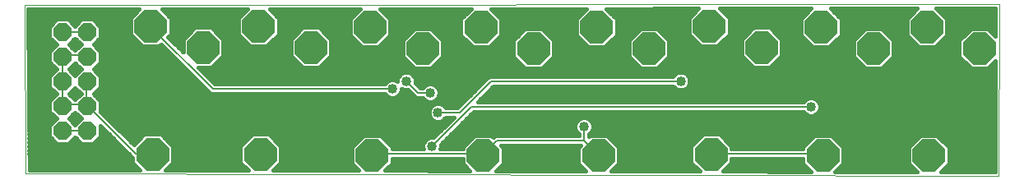
<source format=gtl>
G75*
%MOIN*%
%OFA0B0*%
%FSLAX25Y25*%
%IPPOS*%
%LPD*%
%AMOC8*
5,1,8,0,0,1.08239X$1,22.5*
%
%ADD10C,0.00000*%
%ADD11OC8,0.07400*%
%ADD12OC8,0.13055*%
%ADD13C,0.00800*%
%ADD14C,0.04000*%
%ADD15C,0.01600*%
D10*
X0067192Y0017392D02*
X0461680Y0016604D01*
X0461955Y0086093D01*
X0066798Y0085699D01*
X0067192Y0017392D01*
D11*
X0082270Y0034793D03*
X0092270Y0034793D03*
X0092270Y0044793D03*
X0082270Y0044793D03*
X0082270Y0054793D03*
X0092270Y0054793D03*
X0092270Y0064793D03*
X0082270Y0064793D03*
X0082270Y0074793D03*
X0092270Y0074793D03*
D12*
X0117979Y0077234D03*
X0139239Y0068573D03*
X0161680Y0077234D03*
X0182940Y0068573D03*
X0206955Y0076841D03*
X0228215Y0068179D03*
X0251837Y0076841D03*
X0273097Y0068179D03*
X0298688Y0076841D03*
X0319948Y0068179D03*
X0344357Y0077234D03*
X0365617Y0068573D03*
X0389633Y0076841D03*
X0410892Y0068179D03*
X0432546Y0076841D03*
X0453806Y0068179D03*
X0433333Y0024872D03*
X0390420Y0024872D03*
X0345144Y0025266D03*
X0299475Y0024872D03*
X0252625Y0024872D03*
X0207743Y0024872D03*
X0162467Y0025266D03*
X0118766Y0025266D03*
D13*
X0118392Y0025392D01*
X0111992Y0025392D01*
X0092792Y0044592D01*
X0092270Y0044793D01*
X0091992Y0045392D01*
X0082392Y0045392D01*
X0082270Y0044793D01*
X0082392Y0045392D02*
X0082392Y0054192D01*
X0082270Y0054793D01*
X0082392Y0054992D01*
X0082392Y0064592D01*
X0082270Y0064793D01*
X0082392Y0065392D01*
X0091992Y0065392D01*
X0092270Y0064793D01*
X0092270Y0054793D02*
X0091992Y0054192D01*
X0091992Y0045392D01*
X0091992Y0034992D02*
X0082392Y0034992D01*
X0082270Y0034793D01*
X0091992Y0034992D02*
X0092270Y0034793D01*
X0118392Y0076592D02*
X0143192Y0051792D01*
X0215992Y0051792D01*
X0221592Y0054992D02*
X0226392Y0050192D01*
X0231192Y0050192D01*
X0247992Y0044592D02*
X0231992Y0028592D01*
X0251992Y0025392D02*
X0252625Y0024872D01*
X0252792Y0025392D01*
X0258392Y0030992D01*
X0293592Y0030992D01*
X0299192Y0025392D01*
X0299475Y0024872D01*
X0293592Y0030992D02*
X0293592Y0036592D01*
X0251992Y0025392D02*
X0207992Y0025392D01*
X0207743Y0024872D01*
X0234392Y0042192D02*
X0243192Y0042192D01*
X0255992Y0054992D01*
X0332792Y0054992D01*
X0385592Y0044592D02*
X0247992Y0044592D01*
X0345144Y0025266D02*
X0345592Y0025392D01*
X0390392Y0025392D01*
X0390420Y0024872D01*
X0118392Y0076592D02*
X0117979Y0077234D01*
X0092270Y0074793D02*
X0091992Y0074992D01*
X0082392Y0074992D01*
X0082270Y0074793D01*
D14*
X0215992Y0051792D03*
X0221592Y0054992D03*
X0231192Y0050192D03*
X0234392Y0042192D03*
X0231992Y0028592D03*
X0293592Y0036592D03*
X0332792Y0054992D03*
X0385592Y0044592D03*
D15*
X0389192Y0044566D02*
X0460191Y0044566D01*
X0460184Y0042968D02*
X0388816Y0042968D01*
X0388644Y0042552D02*
X0389192Y0043876D01*
X0389192Y0045308D01*
X0388644Y0046631D01*
X0387631Y0047644D01*
X0386308Y0048192D01*
X0384876Y0048192D01*
X0383552Y0047644D01*
X0382540Y0046631D01*
X0382523Y0046592D01*
X0250420Y0046592D01*
X0256820Y0052992D01*
X0329723Y0052992D01*
X0329740Y0052952D01*
X0330752Y0051940D01*
X0332076Y0051392D01*
X0333508Y0051392D01*
X0334831Y0051940D01*
X0335844Y0052952D01*
X0336392Y0054276D01*
X0336392Y0055708D01*
X0335844Y0057031D01*
X0334831Y0058044D01*
X0333508Y0058592D01*
X0332076Y0058592D01*
X0330752Y0058044D01*
X0329740Y0057031D01*
X0329723Y0056992D01*
X0255163Y0056992D01*
X0253992Y0055820D01*
X0242363Y0044192D01*
X0237460Y0044192D01*
X0237444Y0044231D01*
X0236431Y0045244D01*
X0235108Y0045792D01*
X0233676Y0045792D01*
X0232352Y0045244D01*
X0231340Y0044231D01*
X0230792Y0042908D01*
X0230792Y0041476D01*
X0231340Y0040152D01*
X0232352Y0039140D01*
X0233676Y0038592D01*
X0235108Y0038592D01*
X0236431Y0039140D01*
X0237444Y0040152D01*
X0237460Y0040192D01*
X0240763Y0040192D01*
X0232747Y0032175D01*
X0232708Y0032192D01*
X0231276Y0032192D01*
X0229952Y0031644D01*
X0228940Y0030631D01*
X0228392Y0029308D01*
X0228392Y0027876D01*
X0228592Y0027392D01*
X0215870Y0027392D01*
X0215870Y0028239D01*
X0211109Y0033000D01*
X0204376Y0033000D01*
X0199615Y0028239D01*
X0199615Y0021505D01*
X0202399Y0018722D01*
X0167487Y0018792D01*
X0170595Y0021899D01*
X0170595Y0028632D01*
X0165834Y0033393D01*
X0159101Y0033393D01*
X0154340Y0028632D01*
X0154340Y0021899D01*
X0157427Y0018812D01*
X0123873Y0018879D01*
X0126894Y0021899D01*
X0126894Y0028632D01*
X0122133Y0033393D01*
X0115400Y0033393D01*
X0111109Y0029103D01*
X0097570Y0042641D01*
X0097570Y0046989D01*
X0094766Y0049793D01*
X0097570Y0052598D01*
X0097570Y0056989D01*
X0094766Y0059793D01*
X0097570Y0062598D01*
X0097570Y0066989D01*
X0094766Y0069793D01*
X0097570Y0072598D01*
X0097570Y0076989D01*
X0094466Y0080093D01*
X0090075Y0080093D01*
X0087270Y0077289D01*
X0084466Y0080093D01*
X0080075Y0080093D01*
X0076970Y0076989D01*
X0076970Y0072598D01*
X0079775Y0069793D01*
X0076970Y0066989D01*
X0076970Y0062598D01*
X0079775Y0059793D01*
X0076970Y0056989D01*
X0076970Y0052598D01*
X0079775Y0049793D01*
X0076970Y0046989D01*
X0076970Y0042598D01*
X0079775Y0039793D01*
X0076970Y0036989D01*
X0076970Y0032598D01*
X0080075Y0029493D01*
X0084466Y0029493D01*
X0087270Y0032298D01*
X0090075Y0029493D01*
X0094466Y0029493D01*
X0097570Y0032598D01*
X0097570Y0036985D01*
X0110639Y0023916D01*
X0110639Y0021899D01*
X0113639Y0018899D01*
X0068782Y0018989D01*
X0068407Y0084100D01*
X0113396Y0084145D01*
X0109851Y0080601D01*
X0109851Y0073868D01*
X0114612Y0069107D01*
X0121346Y0069107D01*
X0122197Y0069958D01*
X0142363Y0049792D01*
X0212923Y0049792D01*
X0212940Y0049752D01*
X0213952Y0048740D01*
X0215276Y0048192D01*
X0216708Y0048192D01*
X0218031Y0048740D01*
X0219044Y0049752D01*
X0219592Y0051076D01*
X0219592Y0051924D01*
X0220876Y0051392D01*
X0222308Y0051392D01*
X0222347Y0051408D01*
X0225563Y0048192D01*
X0228123Y0048192D01*
X0228140Y0048152D01*
X0229152Y0047140D01*
X0230476Y0046592D01*
X0231908Y0046592D01*
X0233231Y0047140D01*
X0234244Y0048152D01*
X0234792Y0049476D01*
X0234792Y0050908D01*
X0234244Y0052231D01*
X0233231Y0053244D01*
X0231908Y0053792D01*
X0230476Y0053792D01*
X0229152Y0053244D01*
X0228140Y0052231D01*
X0228123Y0052192D01*
X0227220Y0052192D01*
X0225175Y0054236D01*
X0225192Y0054276D01*
X0225192Y0055708D01*
X0224644Y0057031D01*
X0223631Y0058044D01*
X0222308Y0058592D01*
X0220876Y0058592D01*
X0219552Y0058044D01*
X0218540Y0057031D01*
X0217992Y0055708D01*
X0217992Y0054860D01*
X0216708Y0055392D01*
X0215276Y0055392D01*
X0213952Y0054844D01*
X0212940Y0053831D01*
X0212923Y0053792D01*
X0144020Y0053792D01*
X0137366Y0060445D01*
X0142605Y0060445D01*
X0147366Y0065206D01*
X0147366Y0071939D01*
X0142605Y0076700D01*
X0135872Y0076700D01*
X0131111Y0071939D01*
X0131111Y0066700D01*
X0125025Y0072786D01*
X0126107Y0073868D01*
X0126107Y0080601D01*
X0122553Y0084154D01*
X0157140Y0084189D01*
X0153552Y0080601D01*
X0153552Y0073868D01*
X0158313Y0069107D01*
X0165046Y0069107D01*
X0169807Y0073868D01*
X0169807Y0080601D01*
X0166210Y0084198D01*
X0202855Y0084234D01*
X0198828Y0080207D01*
X0198828Y0073474D01*
X0203589Y0068713D01*
X0210322Y0068713D01*
X0215083Y0073474D01*
X0215083Y0080207D01*
X0211047Y0084243D01*
X0247782Y0084279D01*
X0243710Y0080207D01*
X0243710Y0073474D01*
X0248471Y0068713D01*
X0255204Y0068713D01*
X0259965Y0073474D01*
X0259965Y0080207D01*
X0255885Y0084287D01*
X0294679Y0084326D01*
X0290560Y0080207D01*
X0290560Y0073474D01*
X0295321Y0068713D01*
X0302054Y0068713D01*
X0306815Y0073474D01*
X0306815Y0080207D01*
X0302688Y0084334D01*
X0340000Y0084371D01*
X0336229Y0080601D01*
X0336229Y0073868D01*
X0340990Y0069107D01*
X0347723Y0069107D01*
X0352484Y0073868D01*
X0352484Y0080601D01*
X0348706Y0084380D01*
X0385714Y0084417D01*
X0381505Y0080207D01*
X0381505Y0073474D01*
X0386266Y0068713D01*
X0392999Y0068713D01*
X0397760Y0073474D01*
X0397760Y0080207D01*
X0393543Y0084424D01*
X0428671Y0084459D01*
X0424418Y0080207D01*
X0424418Y0073474D01*
X0429179Y0068713D01*
X0435912Y0068713D01*
X0440673Y0073474D01*
X0440673Y0080207D01*
X0436413Y0084467D01*
X0460349Y0084491D01*
X0460304Y0073175D01*
X0457172Y0076307D01*
X0450439Y0076307D01*
X0445678Y0071546D01*
X0445678Y0064813D01*
X0450439Y0060052D01*
X0457172Y0060052D01*
X0460264Y0063144D01*
X0460086Y0018207D01*
X0438207Y0018251D01*
X0441461Y0021505D01*
X0441461Y0028239D01*
X0436700Y0033000D01*
X0429967Y0033000D01*
X0425206Y0028239D01*
X0425206Y0021505D01*
X0428441Y0018271D01*
X0395379Y0018337D01*
X0398547Y0021505D01*
X0398547Y0028239D01*
X0393786Y0033000D01*
X0387053Y0033000D01*
X0382292Y0028239D01*
X0382292Y0027392D01*
X0353272Y0027392D01*
X0353272Y0028632D01*
X0348511Y0033393D01*
X0341778Y0033393D01*
X0337017Y0028632D01*
X0337017Y0021899D01*
X0340470Y0018446D01*
X0304615Y0018518D01*
X0307603Y0021505D01*
X0307603Y0028239D01*
X0302842Y0033000D01*
X0296109Y0033000D01*
X0295592Y0032483D01*
X0295592Y0033524D01*
X0295631Y0033540D01*
X0296644Y0034552D01*
X0297192Y0035876D01*
X0297192Y0037308D01*
X0296644Y0038631D01*
X0295631Y0039644D01*
X0294308Y0040192D01*
X0292876Y0040192D01*
X0291552Y0039644D01*
X0290540Y0038631D01*
X0289992Y0037308D01*
X0289992Y0035876D01*
X0290540Y0034552D01*
X0291552Y0033540D01*
X0291592Y0033524D01*
X0291592Y0032992D01*
X0257563Y0032992D01*
X0256781Y0032210D01*
X0255991Y0033000D01*
X0249258Y0033000D01*
X0244497Y0028239D01*
X0244497Y0027392D01*
X0235391Y0027392D01*
X0235592Y0027876D01*
X0235592Y0029308D01*
X0235575Y0029347D01*
X0248820Y0042592D01*
X0382523Y0042592D01*
X0382540Y0042552D01*
X0383552Y0041540D01*
X0384876Y0040992D01*
X0386308Y0040992D01*
X0387631Y0041540D01*
X0388644Y0042552D01*
X0387219Y0041369D02*
X0460178Y0041369D01*
X0460172Y0039771D02*
X0295324Y0039771D01*
X0296833Y0038172D02*
X0460165Y0038172D01*
X0460159Y0036574D02*
X0297192Y0036574D01*
X0296819Y0034975D02*
X0460153Y0034975D01*
X0460146Y0033377D02*
X0348527Y0033377D01*
X0350126Y0031778D02*
X0385832Y0031778D01*
X0384234Y0030180D02*
X0351724Y0030180D01*
X0353272Y0028581D02*
X0382635Y0028581D01*
X0395008Y0031778D02*
X0428746Y0031778D01*
X0427147Y0030180D02*
X0396606Y0030180D01*
X0398205Y0028581D02*
X0425548Y0028581D01*
X0425206Y0026983D02*
X0398547Y0026983D01*
X0398547Y0025384D02*
X0425206Y0025384D01*
X0425206Y0023786D02*
X0398547Y0023786D01*
X0398547Y0022187D02*
X0425206Y0022187D01*
X0426123Y0020589D02*
X0397631Y0020589D01*
X0396032Y0018990D02*
X0427721Y0018990D01*
X0438946Y0018990D02*
X0460089Y0018990D01*
X0460096Y0020589D02*
X0440544Y0020589D01*
X0441461Y0022187D02*
X0460102Y0022187D01*
X0460108Y0023786D02*
X0441461Y0023786D01*
X0441461Y0025384D02*
X0460115Y0025384D01*
X0460121Y0026983D02*
X0441461Y0026983D01*
X0441118Y0028581D02*
X0460127Y0028581D01*
X0460134Y0030180D02*
X0439520Y0030180D01*
X0437921Y0031778D02*
X0460140Y0031778D01*
X0460197Y0046165D02*
X0388837Y0046165D01*
X0387342Y0047763D02*
X0460203Y0047763D01*
X0460210Y0049362D02*
X0253190Y0049362D01*
X0251592Y0047763D02*
X0383842Y0047763D01*
X0383964Y0041369D02*
X0247598Y0041369D01*
X0245999Y0039771D02*
X0291860Y0039771D01*
X0290350Y0038172D02*
X0244401Y0038172D01*
X0242802Y0036574D02*
X0289992Y0036574D01*
X0290365Y0034975D02*
X0241204Y0034975D01*
X0237145Y0036574D02*
X0103638Y0036574D01*
X0105236Y0034975D02*
X0235547Y0034975D01*
X0233948Y0033377D02*
X0165850Y0033377D01*
X0167449Y0031778D02*
X0203155Y0031778D01*
X0201556Y0030180D02*
X0169047Y0030180D01*
X0170595Y0028581D02*
X0199958Y0028581D01*
X0199615Y0026983D02*
X0170595Y0026983D01*
X0170595Y0025384D02*
X0199615Y0025384D01*
X0199615Y0023786D02*
X0170595Y0023786D01*
X0170595Y0022187D02*
X0199615Y0022187D01*
X0200532Y0020589D02*
X0169284Y0020589D01*
X0167686Y0018990D02*
X0202130Y0018990D01*
X0213065Y0018701D02*
X0215870Y0021505D01*
X0215870Y0023392D01*
X0244497Y0023392D01*
X0244497Y0021505D01*
X0247371Y0018632D01*
X0213065Y0018701D01*
X0213355Y0018990D02*
X0247012Y0018990D01*
X0245414Y0020589D02*
X0214954Y0020589D01*
X0215870Y0022187D02*
X0244497Y0022187D01*
X0257858Y0018611D02*
X0260752Y0021505D01*
X0260752Y0028239D01*
X0259999Y0028992D01*
X0292101Y0028992D01*
X0291348Y0028239D01*
X0291348Y0021505D01*
X0294315Y0018538D01*
X0257858Y0018611D01*
X0258237Y0018990D02*
X0293863Y0018990D01*
X0292264Y0020589D02*
X0259835Y0020589D01*
X0260752Y0022187D02*
X0291348Y0022187D01*
X0291348Y0023786D02*
X0260752Y0023786D01*
X0260752Y0025384D02*
X0291348Y0025384D01*
X0291348Y0026983D02*
X0260752Y0026983D01*
X0260409Y0028581D02*
X0291690Y0028581D01*
X0291592Y0033377D02*
X0239605Y0033377D01*
X0238007Y0031778D02*
X0248037Y0031778D01*
X0246438Y0030180D02*
X0236408Y0030180D01*
X0235592Y0028581D02*
X0244840Y0028581D01*
X0230278Y0031778D02*
X0212331Y0031778D01*
X0213929Y0030180D02*
X0228753Y0030180D01*
X0228392Y0028581D02*
X0215528Y0028581D01*
X0238744Y0038172D02*
X0102039Y0038172D01*
X0100441Y0039771D02*
X0231721Y0039771D01*
X0237062Y0039771D02*
X0240342Y0039771D01*
X0230836Y0041369D02*
X0098842Y0041369D01*
X0097570Y0042968D02*
X0230816Y0042968D01*
X0231675Y0044566D02*
X0097570Y0044566D01*
X0097570Y0046165D02*
X0244336Y0046165D01*
X0242738Y0044566D02*
X0237108Y0044566D01*
X0233854Y0047763D02*
X0245935Y0047763D01*
X0247533Y0049362D02*
X0234744Y0049362D01*
X0234770Y0050960D02*
X0249132Y0050960D01*
X0250730Y0052559D02*
X0233916Y0052559D01*
X0228468Y0052559D02*
X0226853Y0052559D01*
X0222794Y0050960D02*
X0219544Y0050960D01*
X0218653Y0049362D02*
X0224393Y0049362D01*
X0228529Y0047763D02*
X0096796Y0047763D01*
X0095197Y0049362D02*
X0213330Y0049362D01*
X0213266Y0054157D02*
X0143654Y0054157D01*
X0142056Y0055756D02*
X0218012Y0055756D01*
X0218863Y0057355D02*
X0140457Y0057355D01*
X0138859Y0058953D02*
X0460248Y0058953D01*
X0460241Y0057355D02*
X0335520Y0057355D01*
X0336372Y0055756D02*
X0460235Y0055756D01*
X0460229Y0054157D02*
X0336343Y0054157D01*
X0335450Y0052559D02*
X0460222Y0052559D01*
X0460216Y0050960D02*
X0254789Y0050960D01*
X0256387Y0052559D02*
X0330133Y0052559D01*
X0330063Y0057355D02*
X0224320Y0057355D01*
X0225172Y0055756D02*
X0253927Y0055756D01*
X0252329Y0054157D02*
X0225254Y0054157D01*
X0224849Y0060052D02*
X0231582Y0060052D01*
X0236343Y0064813D01*
X0236343Y0071546D01*
X0231582Y0076307D01*
X0224849Y0076307D01*
X0220088Y0071546D01*
X0220088Y0064813D01*
X0224849Y0060052D01*
X0224349Y0060552D02*
X0186412Y0060552D01*
X0186306Y0060445D02*
X0191067Y0065206D01*
X0191067Y0071939D01*
X0186306Y0076700D01*
X0179573Y0076700D01*
X0174812Y0071939D01*
X0174812Y0065206D01*
X0179573Y0060445D01*
X0186306Y0060445D01*
X0188011Y0062150D02*
X0222750Y0062150D01*
X0221152Y0063749D02*
X0189609Y0063749D01*
X0191067Y0065347D02*
X0220088Y0065347D01*
X0220088Y0066946D02*
X0191067Y0066946D01*
X0191067Y0068544D02*
X0220088Y0068544D01*
X0220088Y0070143D02*
X0211752Y0070143D01*
X0213350Y0071741D02*
X0220283Y0071741D01*
X0221882Y0073340D02*
X0214949Y0073340D01*
X0215083Y0074938D02*
X0223480Y0074938D01*
X0215083Y0076537D02*
X0243710Y0076537D01*
X0243710Y0078135D02*
X0215083Y0078135D01*
X0215083Y0079734D02*
X0243710Y0079734D01*
X0244835Y0081332D02*
X0213958Y0081332D01*
X0212359Y0082931D02*
X0246433Y0082931D01*
X0257241Y0082931D02*
X0293284Y0082931D01*
X0291685Y0081332D02*
X0258840Y0081332D01*
X0259965Y0079734D02*
X0290560Y0079734D01*
X0290560Y0078135D02*
X0259965Y0078135D01*
X0259965Y0076537D02*
X0290560Y0076537D01*
X0290560Y0074938D02*
X0277832Y0074938D01*
X0276464Y0076307D02*
X0269731Y0076307D01*
X0264970Y0071546D01*
X0264970Y0064813D01*
X0269731Y0060052D01*
X0276464Y0060052D01*
X0281225Y0064813D01*
X0281225Y0071546D01*
X0276464Y0076307D01*
X0279431Y0073340D02*
X0290694Y0073340D01*
X0292293Y0071741D02*
X0281029Y0071741D01*
X0281225Y0070143D02*
X0293891Y0070143D01*
X0303484Y0070143D02*
X0311820Y0070143D01*
X0311820Y0071546D02*
X0311820Y0064813D01*
X0316581Y0060052D01*
X0323314Y0060052D01*
X0328075Y0064813D01*
X0328075Y0071546D01*
X0323314Y0076307D01*
X0316581Y0076307D01*
X0311820Y0071546D01*
X0312015Y0071741D02*
X0305082Y0071741D01*
X0306681Y0073340D02*
X0313614Y0073340D01*
X0315212Y0074938D02*
X0306815Y0074938D01*
X0306815Y0076537D02*
X0336229Y0076537D01*
X0336229Y0078135D02*
X0306815Y0078135D01*
X0306815Y0079734D02*
X0336229Y0079734D01*
X0336961Y0081332D02*
X0305690Y0081332D01*
X0304092Y0082931D02*
X0338559Y0082931D01*
X0350155Y0082931D02*
X0384229Y0082931D01*
X0382630Y0081332D02*
X0351753Y0081332D01*
X0352484Y0079734D02*
X0381505Y0079734D01*
X0381505Y0078135D02*
X0352484Y0078135D01*
X0352484Y0076537D02*
X0362087Y0076537D01*
X0362250Y0076700D02*
X0357489Y0071939D01*
X0357489Y0065206D01*
X0362250Y0060445D01*
X0368983Y0060445D01*
X0373744Y0065206D01*
X0373744Y0071939D01*
X0368983Y0076700D01*
X0362250Y0076700D01*
X0360488Y0074938D02*
X0352484Y0074938D01*
X0351956Y0073340D02*
X0358889Y0073340D01*
X0357489Y0071741D02*
X0350358Y0071741D01*
X0348759Y0070143D02*
X0357489Y0070143D01*
X0357489Y0068544D02*
X0328075Y0068544D01*
X0328075Y0066946D02*
X0357489Y0066946D01*
X0357489Y0065347D02*
X0328075Y0065347D01*
X0327011Y0063749D02*
X0358947Y0063749D01*
X0360545Y0062150D02*
X0325413Y0062150D01*
X0323814Y0060552D02*
X0362144Y0060552D01*
X0369090Y0060552D02*
X0407026Y0060552D01*
X0407526Y0060052D02*
X0414259Y0060052D01*
X0419020Y0064813D01*
X0419020Y0071546D01*
X0414259Y0076307D01*
X0407526Y0076307D01*
X0402765Y0071546D01*
X0402765Y0064813D01*
X0407526Y0060052D01*
X0414759Y0060552D02*
X0449939Y0060552D01*
X0448341Y0062150D02*
X0416357Y0062150D01*
X0417956Y0063749D02*
X0446742Y0063749D01*
X0445678Y0065347D02*
X0419020Y0065347D01*
X0419020Y0066946D02*
X0445678Y0066946D01*
X0445678Y0068544D02*
X0419020Y0068544D01*
X0419020Y0070143D02*
X0427750Y0070143D01*
X0426151Y0071741D02*
X0418824Y0071741D01*
X0417226Y0073340D02*
X0424553Y0073340D01*
X0424418Y0074938D02*
X0415627Y0074938D01*
X0424418Y0076537D02*
X0397760Y0076537D01*
X0397760Y0078135D02*
X0424418Y0078135D01*
X0424418Y0079734D02*
X0397760Y0079734D01*
X0396635Y0081332D02*
X0425543Y0081332D01*
X0427142Y0082931D02*
X0395036Y0082931D01*
X0381505Y0076537D02*
X0369147Y0076537D01*
X0370746Y0074938D02*
X0381505Y0074938D01*
X0381639Y0073340D02*
X0372344Y0073340D01*
X0373744Y0071741D02*
X0383238Y0071741D01*
X0384836Y0070143D02*
X0373744Y0070143D01*
X0373744Y0068544D02*
X0402765Y0068544D01*
X0402765Y0066946D02*
X0373744Y0066946D01*
X0373744Y0065347D02*
X0402765Y0065347D01*
X0403829Y0063749D02*
X0372287Y0063749D01*
X0370688Y0062150D02*
X0405427Y0062150D01*
X0402765Y0070143D02*
X0394429Y0070143D01*
X0396027Y0071741D02*
X0402960Y0071741D01*
X0404559Y0073340D02*
X0397626Y0073340D01*
X0397760Y0074938D02*
X0406157Y0074938D01*
X0437342Y0070143D02*
X0445678Y0070143D01*
X0445874Y0071741D02*
X0438941Y0071741D01*
X0440539Y0073340D02*
X0447472Y0073340D01*
X0449071Y0074938D02*
X0440673Y0074938D01*
X0440673Y0076537D02*
X0460317Y0076537D01*
X0460324Y0078135D02*
X0440673Y0078135D01*
X0440673Y0079734D02*
X0460330Y0079734D01*
X0460337Y0081332D02*
X0439548Y0081332D01*
X0437950Y0082931D02*
X0460343Y0082931D01*
X0460311Y0074938D02*
X0458541Y0074938D01*
X0460139Y0073340D02*
X0460305Y0073340D01*
X0460260Y0062150D02*
X0459271Y0062150D01*
X0460254Y0060552D02*
X0457672Y0060552D01*
X0339954Y0070143D02*
X0328075Y0070143D01*
X0327880Y0071741D02*
X0338356Y0071741D01*
X0336757Y0073340D02*
X0326281Y0073340D01*
X0324683Y0074938D02*
X0336229Y0074938D01*
X0311820Y0068544D02*
X0281225Y0068544D01*
X0281225Y0066946D02*
X0311820Y0066946D01*
X0311820Y0065347D02*
X0281225Y0065347D01*
X0280161Y0063749D02*
X0312884Y0063749D01*
X0314482Y0062150D02*
X0278562Y0062150D01*
X0276964Y0060552D02*
X0316081Y0060552D01*
X0269231Y0060552D02*
X0232082Y0060552D01*
X0233680Y0062150D02*
X0267632Y0062150D01*
X0266034Y0063749D02*
X0235279Y0063749D01*
X0236343Y0065347D02*
X0264970Y0065347D01*
X0264970Y0066946D02*
X0236343Y0066946D01*
X0236343Y0068544D02*
X0264970Y0068544D01*
X0264970Y0070143D02*
X0256633Y0070143D01*
X0258232Y0071741D02*
X0265165Y0071741D01*
X0266764Y0073340D02*
X0259830Y0073340D01*
X0259965Y0074938D02*
X0268362Y0074938D01*
X0247041Y0070143D02*
X0236343Y0070143D01*
X0236147Y0071741D02*
X0245443Y0071741D01*
X0243844Y0073340D02*
X0234549Y0073340D01*
X0232950Y0074938D02*
X0243710Y0074938D01*
X0202159Y0070143D02*
X0191067Y0070143D01*
X0191067Y0071741D02*
X0200561Y0071741D01*
X0198962Y0073340D02*
X0189667Y0073340D01*
X0188068Y0074938D02*
X0198828Y0074938D01*
X0198828Y0076537D02*
X0186470Y0076537D01*
X0179409Y0076537D02*
X0169807Y0076537D01*
X0169807Y0078135D02*
X0198828Y0078135D01*
X0198828Y0079734D02*
X0169807Y0079734D01*
X0169076Y0081332D02*
X0199953Y0081332D01*
X0201551Y0082931D02*
X0167477Y0082931D01*
X0155882Y0082931D02*
X0123777Y0082931D01*
X0125375Y0081332D02*
X0154284Y0081332D01*
X0153552Y0079734D02*
X0126107Y0079734D01*
X0126107Y0078135D02*
X0153552Y0078135D01*
X0153552Y0076537D02*
X0142769Y0076537D01*
X0144368Y0074938D02*
X0153552Y0074938D01*
X0154080Y0073340D02*
X0145966Y0073340D01*
X0147366Y0071741D02*
X0155679Y0071741D01*
X0157277Y0070143D02*
X0147366Y0070143D01*
X0147366Y0068544D02*
X0174812Y0068544D01*
X0174812Y0066946D02*
X0147366Y0066946D01*
X0147366Y0065347D02*
X0174812Y0065347D01*
X0176270Y0063749D02*
X0145909Y0063749D01*
X0144310Y0062150D02*
X0177868Y0062150D01*
X0179467Y0060552D02*
X0142712Y0060552D01*
X0133202Y0058953D02*
X0095606Y0058953D01*
X0097204Y0057355D02*
X0134800Y0057355D01*
X0136399Y0055756D02*
X0097570Y0055756D01*
X0097570Y0054157D02*
X0137997Y0054157D01*
X0139596Y0052559D02*
X0097531Y0052559D01*
X0095933Y0050960D02*
X0141194Y0050960D01*
X0131603Y0060552D02*
X0095524Y0060552D01*
X0097122Y0062150D02*
X0130005Y0062150D01*
X0128406Y0063749D02*
X0097570Y0063749D01*
X0097570Y0065347D02*
X0126808Y0065347D01*
X0125209Y0066946D02*
X0097570Y0066946D01*
X0096015Y0068544D02*
X0123611Y0068544D01*
X0127669Y0070143D02*
X0131111Y0070143D01*
X0131111Y0071741D02*
X0126071Y0071741D01*
X0125578Y0073340D02*
X0132512Y0073340D01*
X0134110Y0074938D02*
X0126107Y0074938D01*
X0126107Y0076537D02*
X0135709Y0076537D01*
X0113577Y0070143D02*
X0095115Y0070143D01*
X0096713Y0071741D02*
X0111978Y0071741D01*
X0110380Y0073340D02*
X0097570Y0073340D01*
X0097570Y0074938D02*
X0109851Y0074938D01*
X0109851Y0076537D02*
X0097570Y0076537D01*
X0096424Y0078135D02*
X0109851Y0078135D01*
X0109851Y0079734D02*
X0094825Y0079734D01*
X0089715Y0079734D02*
X0084825Y0079734D01*
X0079715Y0079734D02*
X0068432Y0079734D01*
X0068423Y0081332D02*
X0110583Y0081332D01*
X0112181Y0082931D02*
X0068414Y0082931D01*
X0068441Y0078135D02*
X0078117Y0078135D01*
X0076970Y0076537D02*
X0068451Y0076537D01*
X0068460Y0074938D02*
X0076970Y0074938D01*
X0076970Y0073340D02*
X0068469Y0073340D01*
X0068478Y0071741D02*
X0077827Y0071741D01*
X0079426Y0070143D02*
X0068488Y0070143D01*
X0068497Y0068544D02*
X0078526Y0068544D01*
X0076970Y0066946D02*
X0068506Y0066946D01*
X0068515Y0065347D02*
X0076970Y0065347D01*
X0076970Y0063749D02*
X0068524Y0063749D01*
X0068534Y0062150D02*
X0077418Y0062150D01*
X0079017Y0060552D02*
X0068543Y0060552D01*
X0068552Y0058953D02*
X0078935Y0058953D01*
X0077336Y0057355D02*
X0068561Y0057355D01*
X0068570Y0055756D02*
X0076970Y0055756D01*
X0076970Y0054157D02*
X0068580Y0054157D01*
X0068589Y0052559D02*
X0077009Y0052559D01*
X0078608Y0050960D02*
X0068598Y0050960D01*
X0068607Y0049362D02*
X0079344Y0049362D01*
X0077745Y0047763D02*
X0068617Y0047763D01*
X0068626Y0046165D02*
X0076970Y0046165D01*
X0076970Y0044566D02*
X0068635Y0044566D01*
X0068644Y0042968D02*
X0076970Y0042968D01*
X0078199Y0041369D02*
X0068653Y0041369D01*
X0068663Y0039771D02*
X0079753Y0039771D01*
X0078154Y0038172D02*
X0068672Y0038172D01*
X0068681Y0036574D02*
X0076970Y0036574D01*
X0076970Y0034975D02*
X0068690Y0034975D01*
X0068699Y0033377D02*
X0076970Y0033377D01*
X0077790Y0031778D02*
X0068709Y0031778D01*
X0068718Y0030180D02*
X0079388Y0030180D01*
X0085152Y0030180D02*
X0089388Y0030180D01*
X0087790Y0031778D02*
X0086751Y0031778D01*
X0095152Y0030180D02*
X0104375Y0030180D01*
X0102777Y0031778D02*
X0096751Y0031778D01*
X0097570Y0033377D02*
X0101178Y0033377D01*
X0099580Y0034975D02*
X0097570Y0034975D01*
X0097570Y0036574D02*
X0097981Y0036574D01*
X0089775Y0039793D02*
X0087270Y0037289D01*
X0084766Y0039793D01*
X0087270Y0042298D01*
X0089775Y0039793D01*
X0089753Y0039771D02*
X0084788Y0039771D01*
X0086387Y0038172D02*
X0088154Y0038172D01*
X0088199Y0041369D02*
X0086342Y0041369D01*
X0087167Y0047392D02*
X0084766Y0049793D01*
X0087270Y0052298D01*
X0089775Y0049793D01*
X0087373Y0047392D01*
X0087167Y0047392D01*
X0086796Y0047763D02*
X0087745Y0047763D01*
X0089344Y0049362D02*
X0085197Y0049362D01*
X0085933Y0050960D02*
X0088608Y0050960D01*
X0087270Y0057289D02*
X0084766Y0059793D01*
X0087270Y0062298D01*
X0089775Y0059793D01*
X0087270Y0057289D01*
X0087204Y0057355D02*
X0087336Y0057355D01*
X0088935Y0058953D02*
X0085606Y0058953D01*
X0085524Y0060552D02*
X0089017Y0060552D01*
X0087418Y0062150D02*
X0087122Y0062150D01*
X0087167Y0067392D02*
X0084766Y0069793D01*
X0087270Y0072298D01*
X0089775Y0069793D01*
X0087373Y0067392D01*
X0087167Y0067392D01*
X0086015Y0068544D02*
X0088526Y0068544D01*
X0089426Y0070143D02*
X0085115Y0070143D01*
X0086713Y0071741D02*
X0087827Y0071741D01*
X0088117Y0078135D02*
X0086424Y0078135D01*
X0129268Y0068544D02*
X0131111Y0068544D01*
X0131111Y0066946D02*
X0130866Y0066946D01*
X0166082Y0070143D02*
X0174812Y0070143D01*
X0174812Y0071741D02*
X0167681Y0071741D01*
X0169279Y0073340D02*
X0176212Y0073340D01*
X0177811Y0074938D02*
X0169807Y0074938D01*
X0159084Y0033377D02*
X0122149Y0033377D01*
X0123748Y0031778D02*
X0157486Y0031778D01*
X0155887Y0030180D02*
X0125346Y0030180D01*
X0126894Y0028581D02*
X0154340Y0028581D01*
X0154340Y0026983D02*
X0126894Y0026983D01*
X0126894Y0025384D02*
X0154340Y0025384D01*
X0154340Y0023786D02*
X0126894Y0023786D01*
X0126894Y0022187D02*
X0154340Y0022187D01*
X0155650Y0020589D02*
X0125583Y0020589D01*
X0123985Y0018990D02*
X0157249Y0018990D01*
X0113548Y0018990D02*
X0068782Y0018990D01*
X0068773Y0020589D02*
X0111949Y0020589D01*
X0110639Y0022187D02*
X0068764Y0022187D01*
X0068755Y0023786D02*
X0110639Y0023786D01*
X0109171Y0025384D02*
X0068746Y0025384D01*
X0068736Y0026983D02*
X0107572Y0026983D01*
X0105974Y0028581D02*
X0068727Y0028581D01*
X0106835Y0033377D02*
X0115383Y0033377D01*
X0113785Y0031778D02*
X0108433Y0031778D01*
X0110032Y0030180D02*
X0112186Y0030180D01*
X0295592Y0033377D02*
X0341761Y0033377D01*
X0340163Y0031778D02*
X0304063Y0031778D01*
X0305661Y0030180D02*
X0338564Y0030180D01*
X0337017Y0028581D02*
X0307260Y0028581D01*
X0307603Y0026983D02*
X0337017Y0026983D01*
X0337017Y0025384D02*
X0307603Y0025384D01*
X0307603Y0023786D02*
X0337017Y0023786D01*
X0337017Y0022187D02*
X0307603Y0022187D01*
X0306686Y0020589D02*
X0338327Y0020589D01*
X0339926Y0018990D02*
X0305087Y0018990D01*
X0349800Y0018428D02*
X0353272Y0021899D01*
X0353272Y0023392D01*
X0382292Y0023392D01*
X0382292Y0021505D01*
X0385441Y0018356D01*
X0349800Y0018428D01*
X0350363Y0018990D02*
X0384808Y0018990D01*
X0383209Y0020589D02*
X0351961Y0020589D01*
X0353272Y0022187D02*
X0382292Y0022187D01*
M02*

</source>
